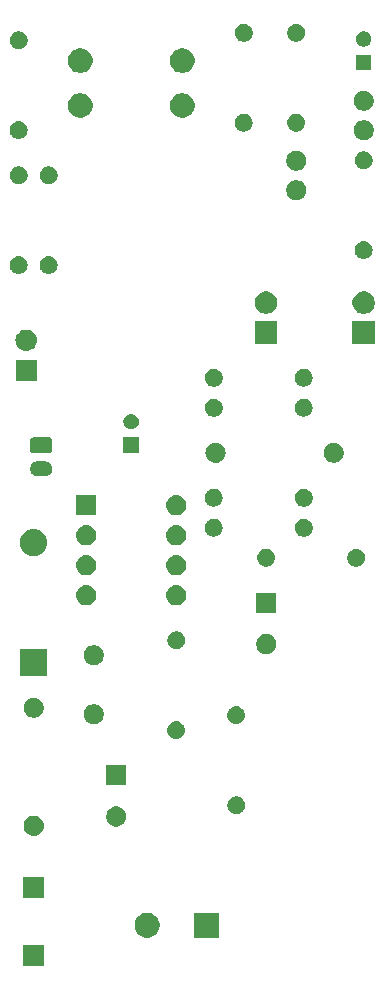
<source format=gbr>
G04 #@! TF.GenerationSoftware,KiCad,Pcbnew,(5.1.2)-2*
G04 #@! TF.CreationDate,2019-08-13T00:16:00-07:00*
G04 #@! TF.ProjectId,PiPowerSystem,5069506f-7765-4725-9379-7374656d2e6b,rev?*
G04 #@! TF.SameCoordinates,Original*
G04 #@! TF.FileFunction,Soldermask,Bot*
G04 #@! TF.FilePolarity,Negative*
%FSLAX46Y46*%
G04 Gerber Fmt 4.6, Leading zero omitted, Abs format (unit mm)*
G04 Created by KiCad (PCBNEW (5.1.2)-2) date 2019-08-13 00:16:00*
%MOMM*%
%LPD*%
G04 APERTURE LIST*
%ADD10C,0.100000*%
G04 APERTURE END LIST*
D10*
G36*
X130441000Y-140601000D02*
G01*
X128639000Y-140601000D01*
X128639000Y-138799000D01*
X130441000Y-138799000D01*
X130441000Y-140601000D01*
X130441000Y-140601000D01*
G37*
G36*
X145196000Y-138211000D02*
G01*
X143094000Y-138211000D01*
X143094000Y-136109000D01*
X145196000Y-136109000D01*
X145196000Y-138211000D01*
X145196000Y-138211000D01*
G37*
G36*
X139451564Y-136149389D02*
G01*
X139642833Y-136228615D01*
X139642835Y-136228616D01*
X139814973Y-136343635D01*
X139961365Y-136490027D01*
X140076385Y-136662167D01*
X140155611Y-136853436D01*
X140196000Y-137056484D01*
X140196000Y-137263516D01*
X140155611Y-137466564D01*
X140076385Y-137657833D01*
X140076384Y-137657835D01*
X139961365Y-137829973D01*
X139814973Y-137976365D01*
X139642835Y-138091384D01*
X139642834Y-138091385D01*
X139642833Y-138091385D01*
X139451564Y-138170611D01*
X139248516Y-138211000D01*
X139041484Y-138211000D01*
X138838436Y-138170611D01*
X138647167Y-138091385D01*
X138647166Y-138091385D01*
X138647165Y-138091384D01*
X138475027Y-137976365D01*
X138328635Y-137829973D01*
X138213616Y-137657835D01*
X138213615Y-137657833D01*
X138134389Y-137466564D01*
X138094000Y-137263516D01*
X138094000Y-137056484D01*
X138134389Y-136853436D01*
X138213615Y-136662167D01*
X138328635Y-136490027D01*
X138475027Y-136343635D01*
X138647165Y-136228616D01*
X138647167Y-136228615D01*
X138838436Y-136149389D01*
X139041484Y-136109000D01*
X139248516Y-136109000D01*
X139451564Y-136149389D01*
X139451564Y-136149389D01*
G37*
G36*
X130441000Y-134886000D02*
G01*
X128639000Y-134886000D01*
X128639000Y-133084000D01*
X130441000Y-133084000D01*
X130441000Y-134886000D01*
X130441000Y-134886000D01*
G37*
G36*
X129706823Y-127906313D02*
G01*
X129867242Y-127954976D01*
X129999906Y-128025886D01*
X130015078Y-128033996D01*
X130144659Y-128140341D01*
X130251004Y-128269922D01*
X130251005Y-128269924D01*
X130330024Y-128417758D01*
X130378687Y-128578177D01*
X130395117Y-128745000D01*
X130378687Y-128911823D01*
X130330024Y-129072242D01*
X130259114Y-129204906D01*
X130251004Y-129220078D01*
X130144659Y-129349659D01*
X130015078Y-129456004D01*
X130015076Y-129456005D01*
X129867242Y-129535024D01*
X129706823Y-129583687D01*
X129581804Y-129596000D01*
X129498196Y-129596000D01*
X129373177Y-129583687D01*
X129212758Y-129535024D01*
X129064924Y-129456005D01*
X129064922Y-129456004D01*
X128935341Y-129349659D01*
X128828996Y-129220078D01*
X128820886Y-129204906D01*
X128749976Y-129072242D01*
X128701313Y-128911823D01*
X128684883Y-128745000D01*
X128701313Y-128578177D01*
X128749976Y-128417758D01*
X128828995Y-128269924D01*
X128828996Y-128269922D01*
X128935341Y-128140341D01*
X129064922Y-128033996D01*
X129080094Y-128025886D01*
X129212758Y-127954976D01*
X129373177Y-127906313D01*
X129498196Y-127894000D01*
X129581804Y-127894000D01*
X129706823Y-127906313D01*
X129706823Y-127906313D01*
G37*
G36*
X136773228Y-127141703D02*
G01*
X136928100Y-127205853D01*
X137067481Y-127298985D01*
X137186015Y-127417519D01*
X137279147Y-127556900D01*
X137343297Y-127711772D01*
X137376000Y-127876184D01*
X137376000Y-128043816D01*
X137343297Y-128208228D01*
X137279147Y-128363100D01*
X137186015Y-128502481D01*
X137067481Y-128621015D01*
X136928100Y-128714147D01*
X136773228Y-128778297D01*
X136608816Y-128811000D01*
X136441184Y-128811000D01*
X136276772Y-128778297D01*
X136121900Y-128714147D01*
X135982519Y-128621015D01*
X135863985Y-128502481D01*
X135770853Y-128363100D01*
X135706703Y-128208228D01*
X135674000Y-128043816D01*
X135674000Y-127876184D01*
X135706703Y-127711772D01*
X135770853Y-127556900D01*
X135863985Y-127417519D01*
X135982519Y-127298985D01*
X136121900Y-127205853D01*
X136276772Y-127141703D01*
X136441184Y-127109000D01*
X136608816Y-127109000D01*
X136773228Y-127141703D01*
X136773228Y-127141703D01*
G37*
G36*
X146904059Y-126277860D02*
G01*
X147040732Y-126334472D01*
X147163735Y-126416660D01*
X147268340Y-126521265D01*
X147268341Y-126521267D01*
X147350529Y-126644270D01*
X147407140Y-126780941D01*
X147436000Y-126926032D01*
X147436000Y-127073968D01*
X147407140Y-127219059D01*
X147374034Y-127298985D01*
X147350528Y-127355732D01*
X147268340Y-127478735D01*
X147163735Y-127583340D01*
X147040732Y-127665528D01*
X147040731Y-127665529D01*
X147040730Y-127665529D01*
X146904059Y-127722140D01*
X146758968Y-127751000D01*
X146611032Y-127751000D01*
X146465941Y-127722140D01*
X146329270Y-127665529D01*
X146329269Y-127665529D01*
X146329268Y-127665528D01*
X146206265Y-127583340D01*
X146101660Y-127478735D01*
X146019472Y-127355732D01*
X145995967Y-127298985D01*
X145962860Y-127219059D01*
X145934000Y-127073968D01*
X145934000Y-126926032D01*
X145962860Y-126780941D01*
X146019471Y-126644270D01*
X146101659Y-126521267D01*
X146101660Y-126521265D01*
X146206265Y-126416660D01*
X146329268Y-126334472D01*
X146465941Y-126277860D01*
X146611032Y-126249000D01*
X146758968Y-126249000D01*
X146904059Y-126277860D01*
X146904059Y-126277860D01*
G37*
G36*
X137376000Y-125311000D02*
G01*
X135674000Y-125311000D01*
X135674000Y-123609000D01*
X137376000Y-123609000D01*
X137376000Y-125311000D01*
X137376000Y-125311000D01*
G37*
G36*
X141678665Y-119902622D02*
G01*
X141752222Y-119909867D01*
X141893786Y-119952810D01*
X142024252Y-120022546D01*
X142054040Y-120046992D01*
X142138607Y-120116393D01*
X142208008Y-120200960D01*
X142232454Y-120230748D01*
X142302190Y-120361214D01*
X142345133Y-120502778D01*
X142359633Y-120650000D01*
X142345133Y-120797222D01*
X142302190Y-120938786D01*
X142232454Y-121069252D01*
X142208008Y-121099040D01*
X142138607Y-121183607D01*
X142054040Y-121253008D01*
X142024252Y-121277454D01*
X141893786Y-121347190D01*
X141752222Y-121390133D01*
X141678665Y-121397378D01*
X141641888Y-121401000D01*
X141568112Y-121401000D01*
X141531335Y-121397378D01*
X141457778Y-121390133D01*
X141316214Y-121347190D01*
X141185748Y-121277454D01*
X141155960Y-121253008D01*
X141071393Y-121183607D01*
X141001992Y-121099040D01*
X140977546Y-121069252D01*
X140907810Y-120938786D01*
X140864867Y-120797222D01*
X140850367Y-120650000D01*
X140864867Y-120502778D01*
X140907810Y-120361214D01*
X140977546Y-120230748D01*
X141001992Y-120200960D01*
X141071393Y-120116393D01*
X141155960Y-120046992D01*
X141185748Y-120022546D01*
X141316214Y-119952810D01*
X141457778Y-119909867D01*
X141531335Y-119902622D01*
X141568112Y-119899000D01*
X141641888Y-119899000D01*
X141678665Y-119902622D01*
X141678665Y-119902622D01*
G37*
G36*
X134868228Y-118481703D02*
G01*
X135023100Y-118545853D01*
X135162481Y-118638985D01*
X135281015Y-118757519D01*
X135374147Y-118896900D01*
X135438297Y-119051772D01*
X135471000Y-119216184D01*
X135471000Y-119383816D01*
X135438297Y-119548228D01*
X135374147Y-119703100D01*
X135281015Y-119842481D01*
X135162481Y-119961015D01*
X135023100Y-120054147D01*
X134868228Y-120118297D01*
X134703816Y-120151000D01*
X134536184Y-120151000D01*
X134371772Y-120118297D01*
X134216900Y-120054147D01*
X134077519Y-119961015D01*
X133958985Y-119842481D01*
X133865853Y-119703100D01*
X133801703Y-119548228D01*
X133769000Y-119383816D01*
X133769000Y-119216184D01*
X133801703Y-119051772D01*
X133865853Y-118896900D01*
X133958985Y-118757519D01*
X134077519Y-118638985D01*
X134216900Y-118545853D01*
X134371772Y-118481703D01*
X134536184Y-118449000D01*
X134703816Y-118449000D01*
X134868228Y-118481703D01*
X134868228Y-118481703D01*
G37*
G36*
X146758665Y-118632622D02*
G01*
X146832222Y-118639867D01*
X146973786Y-118682810D01*
X147104252Y-118752546D01*
X147134040Y-118776992D01*
X147218607Y-118846393D01*
X147260058Y-118896903D01*
X147312454Y-118960748D01*
X147382190Y-119091214D01*
X147425133Y-119232778D01*
X147439633Y-119380000D01*
X147425133Y-119527222D01*
X147382190Y-119668786D01*
X147312454Y-119799252D01*
X147288008Y-119829040D01*
X147218607Y-119913607D01*
X147134040Y-119983008D01*
X147104252Y-120007454D01*
X146973786Y-120077190D01*
X146832222Y-120120133D01*
X146758665Y-120127378D01*
X146721888Y-120131000D01*
X146648112Y-120131000D01*
X146611335Y-120127378D01*
X146537778Y-120120133D01*
X146396214Y-120077190D01*
X146265748Y-120007454D01*
X146235960Y-119983008D01*
X146151393Y-119913607D01*
X146081992Y-119829040D01*
X146057546Y-119799252D01*
X145987810Y-119668786D01*
X145944867Y-119527222D01*
X145930367Y-119380000D01*
X145944867Y-119232778D01*
X145987810Y-119091214D01*
X146057546Y-118960748D01*
X146109942Y-118896903D01*
X146151393Y-118846393D01*
X146235960Y-118776992D01*
X146265748Y-118752546D01*
X146396214Y-118682810D01*
X146537778Y-118639867D01*
X146611335Y-118632622D01*
X146648112Y-118629000D01*
X146721888Y-118629000D01*
X146758665Y-118632622D01*
X146758665Y-118632622D01*
G37*
G36*
X129788228Y-117926703D02*
G01*
X129943100Y-117990853D01*
X130082481Y-118083985D01*
X130201015Y-118202519D01*
X130294147Y-118341900D01*
X130358297Y-118496772D01*
X130391000Y-118661184D01*
X130391000Y-118828816D01*
X130358297Y-118993228D01*
X130294147Y-119148100D01*
X130201015Y-119287481D01*
X130082481Y-119406015D01*
X129943100Y-119499147D01*
X129788228Y-119563297D01*
X129623816Y-119596000D01*
X129456184Y-119596000D01*
X129291772Y-119563297D01*
X129136900Y-119499147D01*
X128997519Y-119406015D01*
X128878985Y-119287481D01*
X128785853Y-119148100D01*
X128721703Y-118993228D01*
X128689000Y-118828816D01*
X128689000Y-118661184D01*
X128721703Y-118496772D01*
X128785853Y-118341900D01*
X128878985Y-118202519D01*
X128997519Y-118083985D01*
X129136900Y-117990853D01*
X129291772Y-117926703D01*
X129456184Y-117894000D01*
X129623816Y-117894000D01*
X129788228Y-117926703D01*
X129788228Y-117926703D01*
G37*
G36*
X130691000Y-116086000D02*
G01*
X128389000Y-116086000D01*
X128389000Y-113784000D01*
X130691000Y-113784000D01*
X130691000Y-116086000D01*
X130691000Y-116086000D01*
G37*
G36*
X134868228Y-113481703D02*
G01*
X135023100Y-113545853D01*
X135162481Y-113638985D01*
X135281015Y-113757519D01*
X135374147Y-113896900D01*
X135438297Y-114051772D01*
X135471000Y-114216184D01*
X135471000Y-114383816D01*
X135438297Y-114548228D01*
X135374147Y-114703100D01*
X135281015Y-114842481D01*
X135162481Y-114961015D01*
X135023100Y-115054147D01*
X134868228Y-115118297D01*
X134703816Y-115151000D01*
X134536184Y-115151000D01*
X134371772Y-115118297D01*
X134216900Y-115054147D01*
X134077519Y-114961015D01*
X133958985Y-114842481D01*
X133865853Y-114703100D01*
X133801703Y-114548228D01*
X133769000Y-114383816D01*
X133769000Y-114216184D01*
X133801703Y-114051772D01*
X133865853Y-113896900D01*
X133958985Y-113757519D01*
X134077519Y-113638985D01*
X134216900Y-113545853D01*
X134371772Y-113481703D01*
X134536184Y-113449000D01*
X134703816Y-113449000D01*
X134868228Y-113481703D01*
X134868228Y-113481703D01*
G37*
G36*
X149473228Y-112536703D02*
G01*
X149628100Y-112600853D01*
X149767481Y-112693985D01*
X149886015Y-112812519D01*
X149979147Y-112951900D01*
X150043297Y-113106772D01*
X150076000Y-113271184D01*
X150076000Y-113438816D01*
X150043297Y-113603228D01*
X149979147Y-113758100D01*
X149886015Y-113897481D01*
X149767481Y-114016015D01*
X149628100Y-114109147D01*
X149473228Y-114173297D01*
X149308816Y-114206000D01*
X149141184Y-114206000D01*
X148976772Y-114173297D01*
X148821900Y-114109147D01*
X148682519Y-114016015D01*
X148563985Y-113897481D01*
X148470853Y-113758100D01*
X148406703Y-113603228D01*
X148374000Y-113438816D01*
X148374000Y-113271184D01*
X148406703Y-113106772D01*
X148470853Y-112951900D01*
X148563985Y-112812519D01*
X148682519Y-112693985D01*
X148821900Y-112600853D01*
X148976772Y-112536703D01*
X149141184Y-112504000D01*
X149308816Y-112504000D01*
X149473228Y-112536703D01*
X149473228Y-112536703D01*
G37*
G36*
X141824059Y-112307860D02*
G01*
X141960732Y-112364472D01*
X142083735Y-112446660D01*
X142188340Y-112551265D01*
X142270528Y-112674268D01*
X142270529Y-112674270D01*
X142327140Y-112810941D01*
X142356000Y-112956032D01*
X142356000Y-113103968D01*
X142327140Y-113249059D01*
X142317976Y-113271184D01*
X142270528Y-113385732D01*
X142188340Y-113508735D01*
X142083735Y-113613340D01*
X141960732Y-113695528D01*
X141960731Y-113695529D01*
X141960730Y-113695529D01*
X141824059Y-113752140D01*
X141678968Y-113781000D01*
X141531032Y-113781000D01*
X141385941Y-113752140D01*
X141249270Y-113695529D01*
X141249269Y-113695529D01*
X141249268Y-113695528D01*
X141126265Y-113613340D01*
X141021660Y-113508735D01*
X140939472Y-113385732D01*
X140892025Y-113271184D01*
X140882860Y-113249059D01*
X140854000Y-113103968D01*
X140854000Y-112956032D01*
X140882860Y-112810941D01*
X140939471Y-112674270D01*
X140939472Y-112674268D01*
X141021660Y-112551265D01*
X141126265Y-112446660D01*
X141249268Y-112364472D01*
X141385941Y-112307860D01*
X141531032Y-112279000D01*
X141678968Y-112279000D01*
X141824059Y-112307860D01*
X141824059Y-112307860D01*
G37*
G36*
X150076000Y-110706000D02*
G01*
X148374000Y-110706000D01*
X148374000Y-109004000D01*
X150076000Y-109004000D01*
X150076000Y-110706000D01*
X150076000Y-110706000D01*
G37*
G36*
X134151823Y-108381313D02*
G01*
X134312242Y-108429976D01*
X134444906Y-108500886D01*
X134460078Y-108508996D01*
X134589659Y-108615341D01*
X134696004Y-108744922D01*
X134696005Y-108744924D01*
X134775024Y-108892758D01*
X134823687Y-109053177D01*
X134840117Y-109220000D01*
X134823687Y-109386823D01*
X134775024Y-109547242D01*
X134704114Y-109679906D01*
X134696004Y-109695078D01*
X134589659Y-109824659D01*
X134460078Y-109931004D01*
X134460076Y-109931005D01*
X134312242Y-110010024D01*
X134151823Y-110058687D01*
X134026804Y-110071000D01*
X133943196Y-110071000D01*
X133818177Y-110058687D01*
X133657758Y-110010024D01*
X133509924Y-109931005D01*
X133509922Y-109931004D01*
X133380341Y-109824659D01*
X133273996Y-109695078D01*
X133265886Y-109679906D01*
X133194976Y-109547242D01*
X133146313Y-109386823D01*
X133129883Y-109220000D01*
X133146313Y-109053177D01*
X133194976Y-108892758D01*
X133273995Y-108744924D01*
X133273996Y-108744922D01*
X133380341Y-108615341D01*
X133509922Y-108508996D01*
X133525094Y-108500886D01*
X133657758Y-108429976D01*
X133818177Y-108381313D01*
X133943196Y-108369000D01*
X134026804Y-108369000D01*
X134151823Y-108381313D01*
X134151823Y-108381313D01*
G37*
G36*
X141771823Y-108381313D02*
G01*
X141932242Y-108429976D01*
X142064906Y-108500886D01*
X142080078Y-108508996D01*
X142209659Y-108615341D01*
X142316004Y-108744922D01*
X142316005Y-108744924D01*
X142395024Y-108892758D01*
X142443687Y-109053177D01*
X142460117Y-109220000D01*
X142443687Y-109386823D01*
X142395024Y-109547242D01*
X142324114Y-109679906D01*
X142316004Y-109695078D01*
X142209659Y-109824659D01*
X142080078Y-109931004D01*
X142080076Y-109931005D01*
X141932242Y-110010024D01*
X141771823Y-110058687D01*
X141646804Y-110071000D01*
X141563196Y-110071000D01*
X141438177Y-110058687D01*
X141277758Y-110010024D01*
X141129924Y-109931005D01*
X141129922Y-109931004D01*
X141000341Y-109824659D01*
X140893996Y-109695078D01*
X140885886Y-109679906D01*
X140814976Y-109547242D01*
X140766313Y-109386823D01*
X140749883Y-109220000D01*
X140766313Y-109053177D01*
X140814976Y-108892758D01*
X140893995Y-108744924D01*
X140893996Y-108744922D01*
X141000341Y-108615341D01*
X141129922Y-108508996D01*
X141145094Y-108500886D01*
X141277758Y-108429976D01*
X141438177Y-108381313D01*
X141563196Y-108369000D01*
X141646804Y-108369000D01*
X141771823Y-108381313D01*
X141771823Y-108381313D01*
G37*
G36*
X134151823Y-105841313D02*
G01*
X134312242Y-105889976D01*
X134379638Y-105926000D01*
X134460078Y-105968996D01*
X134589659Y-106075341D01*
X134696004Y-106204922D01*
X134696005Y-106204924D01*
X134775024Y-106352758D01*
X134823687Y-106513177D01*
X134840117Y-106680000D01*
X134823687Y-106846823D01*
X134775024Y-107007242D01*
X134704114Y-107139906D01*
X134696004Y-107155078D01*
X134589659Y-107284659D01*
X134460078Y-107391004D01*
X134460076Y-107391005D01*
X134312242Y-107470024D01*
X134151823Y-107518687D01*
X134026804Y-107531000D01*
X133943196Y-107531000D01*
X133818177Y-107518687D01*
X133657758Y-107470024D01*
X133509924Y-107391005D01*
X133509922Y-107391004D01*
X133380341Y-107284659D01*
X133273996Y-107155078D01*
X133265886Y-107139906D01*
X133194976Y-107007242D01*
X133146313Y-106846823D01*
X133129883Y-106680000D01*
X133146313Y-106513177D01*
X133194976Y-106352758D01*
X133273995Y-106204924D01*
X133273996Y-106204922D01*
X133380341Y-106075341D01*
X133509922Y-105968996D01*
X133590362Y-105926000D01*
X133657758Y-105889976D01*
X133818177Y-105841313D01*
X133943196Y-105829000D01*
X134026804Y-105829000D01*
X134151823Y-105841313D01*
X134151823Y-105841313D01*
G37*
G36*
X141771823Y-105841313D02*
G01*
X141932242Y-105889976D01*
X141999638Y-105926000D01*
X142080078Y-105968996D01*
X142209659Y-106075341D01*
X142316004Y-106204922D01*
X142316005Y-106204924D01*
X142395024Y-106352758D01*
X142443687Y-106513177D01*
X142460117Y-106680000D01*
X142443687Y-106846823D01*
X142395024Y-107007242D01*
X142324114Y-107139906D01*
X142316004Y-107155078D01*
X142209659Y-107284659D01*
X142080078Y-107391004D01*
X142080076Y-107391005D01*
X141932242Y-107470024D01*
X141771823Y-107518687D01*
X141646804Y-107531000D01*
X141563196Y-107531000D01*
X141438177Y-107518687D01*
X141277758Y-107470024D01*
X141129924Y-107391005D01*
X141129922Y-107391004D01*
X141000341Y-107284659D01*
X140893996Y-107155078D01*
X140885886Y-107139906D01*
X140814976Y-107007242D01*
X140766313Y-106846823D01*
X140749883Y-106680000D01*
X140766313Y-106513177D01*
X140814976Y-106352758D01*
X140893995Y-106204924D01*
X140893996Y-106204922D01*
X141000341Y-106075341D01*
X141129922Y-105968996D01*
X141210362Y-105926000D01*
X141277758Y-105889976D01*
X141438177Y-105841313D01*
X141563196Y-105829000D01*
X141646804Y-105829000D01*
X141771823Y-105841313D01*
X141771823Y-105841313D01*
G37*
G36*
X157064059Y-105322860D02*
G01*
X157124294Y-105347810D01*
X157200732Y-105379472D01*
X157323735Y-105461660D01*
X157428340Y-105566265D01*
X157510528Y-105689268D01*
X157510529Y-105689270D01*
X157567140Y-105825941D01*
X157596000Y-105971032D01*
X157596000Y-106118968D01*
X157567140Y-106264059D01*
X157510528Y-106400732D01*
X157428340Y-106523735D01*
X157323735Y-106628340D01*
X157200732Y-106710528D01*
X157200731Y-106710529D01*
X157200730Y-106710529D01*
X157064059Y-106767140D01*
X156918968Y-106796000D01*
X156771032Y-106796000D01*
X156625941Y-106767140D01*
X156489270Y-106710529D01*
X156489269Y-106710529D01*
X156489268Y-106710528D01*
X156366265Y-106628340D01*
X156261660Y-106523735D01*
X156179472Y-106400732D01*
X156122860Y-106264059D01*
X156094000Y-106118968D01*
X156094000Y-105971032D01*
X156122860Y-105825941D01*
X156179471Y-105689270D01*
X156179472Y-105689268D01*
X156261660Y-105566265D01*
X156366265Y-105461660D01*
X156489268Y-105379472D01*
X156565707Y-105347810D01*
X156625941Y-105322860D01*
X156771032Y-105294000D01*
X156918968Y-105294000D01*
X157064059Y-105322860D01*
X157064059Y-105322860D01*
G37*
G36*
X149298665Y-105297622D02*
G01*
X149372222Y-105304867D01*
X149513786Y-105347810D01*
X149644252Y-105417546D01*
X149674040Y-105441992D01*
X149758607Y-105511393D01*
X149825429Y-105592818D01*
X149852454Y-105625748D01*
X149922190Y-105756214D01*
X149965133Y-105897778D01*
X149979633Y-106045000D01*
X149965133Y-106192222D01*
X149922190Y-106333786D01*
X149852454Y-106464252D01*
X149828008Y-106494040D01*
X149758607Y-106578607D01*
X149698004Y-106628341D01*
X149644252Y-106672454D01*
X149513786Y-106742190D01*
X149372222Y-106785133D01*
X149298665Y-106792378D01*
X149261888Y-106796000D01*
X149188112Y-106796000D01*
X149151335Y-106792378D01*
X149077778Y-106785133D01*
X148936214Y-106742190D01*
X148805748Y-106672454D01*
X148751996Y-106628341D01*
X148691393Y-106578607D01*
X148621992Y-106494040D01*
X148597546Y-106464252D01*
X148527810Y-106333786D01*
X148484867Y-106192222D01*
X148470367Y-106045000D01*
X148484867Y-105897778D01*
X148527810Y-105756214D01*
X148597546Y-105625748D01*
X148624571Y-105592818D01*
X148691393Y-105511393D01*
X148775960Y-105441992D01*
X148805748Y-105417546D01*
X148936214Y-105347810D01*
X149077778Y-105304867D01*
X149151335Y-105297622D01*
X149188112Y-105294000D01*
X149261888Y-105294000D01*
X149298665Y-105297622D01*
X149298665Y-105297622D01*
G37*
G36*
X129709271Y-103635103D02*
G01*
X129765635Y-103640654D01*
X129982600Y-103706470D01*
X129982602Y-103706471D01*
X130182555Y-103813347D01*
X130357818Y-103957182D01*
X130501653Y-104132445D01*
X130594859Y-104306823D01*
X130608530Y-104332400D01*
X130674346Y-104549365D01*
X130696569Y-104775000D01*
X130681301Y-104930024D01*
X130674346Y-105000634D01*
X130608529Y-105217602D01*
X130501653Y-105417555D01*
X130357818Y-105592818D01*
X130182555Y-105736653D01*
X130015507Y-105825941D01*
X129982600Y-105843530D01*
X129765635Y-105909346D01*
X129709271Y-105914897D01*
X129596545Y-105926000D01*
X129483455Y-105926000D01*
X129370729Y-105914897D01*
X129314365Y-105909346D01*
X129097400Y-105843530D01*
X129064493Y-105825941D01*
X128897445Y-105736653D01*
X128722182Y-105592818D01*
X128578347Y-105417555D01*
X128471471Y-105217602D01*
X128405654Y-105000634D01*
X128398700Y-104930024D01*
X128383431Y-104775000D01*
X128405654Y-104549365D01*
X128471470Y-104332400D01*
X128485141Y-104306823D01*
X128578347Y-104132445D01*
X128722182Y-103957182D01*
X128897445Y-103813347D01*
X129097398Y-103706471D01*
X129097400Y-103706470D01*
X129314365Y-103640654D01*
X129370729Y-103635103D01*
X129483455Y-103624000D01*
X129596545Y-103624000D01*
X129709271Y-103635103D01*
X129709271Y-103635103D01*
G37*
G36*
X134151823Y-103301313D02*
G01*
X134312242Y-103349976D01*
X134444906Y-103420886D01*
X134460078Y-103428996D01*
X134589659Y-103535341D01*
X134696004Y-103664922D01*
X134696005Y-103664924D01*
X134775024Y-103812758D01*
X134823687Y-103973177D01*
X134840117Y-104140000D01*
X134823687Y-104306823D01*
X134775024Y-104467242D01*
X134731128Y-104549365D01*
X134696004Y-104615078D01*
X134589659Y-104744659D01*
X134460078Y-104851004D01*
X134460076Y-104851005D01*
X134312242Y-104930024D01*
X134151823Y-104978687D01*
X134026804Y-104991000D01*
X133943196Y-104991000D01*
X133818177Y-104978687D01*
X133657758Y-104930024D01*
X133509924Y-104851005D01*
X133509922Y-104851004D01*
X133380341Y-104744659D01*
X133273996Y-104615078D01*
X133238872Y-104549365D01*
X133194976Y-104467242D01*
X133146313Y-104306823D01*
X133129883Y-104140000D01*
X133146313Y-103973177D01*
X133194976Y-103812758D01*
X133273995Y-103664924D01*
X133273996Y-103664922D01*
X133380341Y-103535341D01*
X133509922Y-103428996D01*
X133525094Y-103420886D01*
X133657758Y-103349976D01*
X133818177Y-103301313D01*
X133943196Y-103289000D01*
X134026804Y-103289000D01*
X134151823Y-103301313D01*
X134151823Y-103301313D01*
G37*
G36*
X141771823Y-103301313D02*
G01*
X141932242Y-103349976D01*
X142064906Y-103420886D01*
X142080078Y-103428996D01*
X142209659Y-103535341D01*
X142316004Y-103664922D01*
X142316005Y-103664924D01*
X142395024Y-103812758D01*
X142443687Y-103973177D01*
X142460117Y-104140000D01*
X142443687Y-104306823D01*
X142395024Y-104467242D01*
X142351128Y-104549365D01*
X142316004Y-104615078D01*
X142209659Y-104744659D01*
X142080078Y-104851004D01*
X142080076Y-104851005D01*
X141932242Y-104930024D01*
X141771823Y-104978687D01*
X141646804Y-104991000D01*
X141563196Y-104991000D01*
X141438177Y-104978687D01*
X141277758Y-104930024D01*
X141129924Y-104851005D01*
X141129922Y-104851004D01*
X141000341Y-104744659D01*
X140893996Y-104615078D01*
X140858872Y-104549365D01*
X140814976Y-104467242D01*
X140766313Y-104306823D01*
X140749883Y-104140000D01*
X140766313Y-103973177D01*
X140814976Y-103812758D01*
X140893995Y-103664924D01*
X140893996Y-103664922D01*
X141000341Y-103535341D01*
X141129922Y-103428996D01*
X141145094Y-103420886D01*
X141277758Y-103349976D01*
X141438177Y-103301313D01*
X141563196Y-103289000D01*
X141646804Y-103289000D01*
X141771823Y-103301313D01*
X141771823Y-103301313D01*
G37*
G36*
X152619059Y-102782860D02*
G01*
X152679294Y-102807810D01*
X152755732Y-102839472D01*
X152878735Y-102921660D01*
X152983340Y-103026265D01*
X153065528Y-103149268D01*
X153065529Y-103149270D01*
X153122140Y-103285941D01*
X153151000Y-103431032D01*
X153151000Y-103578968D01*
X153125639Y-103706470D01*
X153122140Y-103724059D01*
X153065528Y-103860732D01*
X152983340Y-103983735D01*
X152878735Y-104088340D01*
X152755732Y-104170528D01*
X152755731Y-104170529D01*
X152755730Y-104170529D01*
X152619059Y-104227140D01*
X152473968Y-104256000D01*
X152326032Y-104256000D01*
X152180941Y-104227140D01*
X152044270Y-104170529D01*
X152044269Y-104170529D01*
X152044268Y-104170528D01*
X151921265Y-104088340D01*
X151816660Y-103983735D01*
X151734472Y-103860732D01*
X151677860Y-103724059D01*
X151674361Y-103706470D01*
X151649000Y-103578968D01*
X151649000Y-103431032D01*
X151677860Y-103285941D01*
X151734471Y-103149270D01*
X151734472Y-103149268D01*
X151816660Y-103026265D01*
X151921265Y-102921660D01*
X152044268Y-102839472D01*
X152120707Y-102807810D01*
X152180941Y-102782860D01*
X152326032Y-102754000D01*
X152473968Y-102754000D01*
X152619059Y-102782860D01*
X152619059Y-102782860D01*
G37*
G36*
X144853665Y-102757622D02*
G01*
X144927222Y-102764867D01*
X145068786Y-102807810D01*
X145199252Y-102877546D01*
X145229040Y-102901992D01*
X145313607Y-102971393D01*
X145383008Y-103055960D01*
X145407454Y-103085748D01*
X145477190Y-103216214D01*
X145520133Y-103357778D01*
X145534633Y-103505000D01*
X145520133Y-103652222D01*
X145477190Y-103793786D01*
X145407454Y-103924252D01*
X145383008Y-103954040D01*
X145313607Y-104038607D01*
X145253004Y-104088341D01*
X145199252Y-104132454D01*
X145068786Y-104202190D01*
X144927222Y-104245133D01*
X144853665Y-104252378D01*
X144816888Y-104256000D01*
X144743112Y-104256000D01*
X144706335Y-104252378D01*
X144632778Y-104245133D01*
X144491214Y-104202190D01*
X144360748Y-104132454D01*
X144306996Y-104088341D01*
X144246393Y-104038607D01*
X144176992Y-103954040D01*
X144152546Y-103924252D01*
X144082810Y-103793786D01*
X144039867Y-103652222D01*
X144025367Y-103505000D01*
X144039867Y-103357778D01*
X144082810Y-103216214D01*
X144152546Y-103085748D01*
X144176992Y-103055960D01*
X144246393Y-102971393D01*
X144330960Y-102901992D01*
X144360748Y-102877546D01*
X144491214Y-102807810D01*
X144632778Y-102764867D01*
X144706335Y-102757622D01*
X144743112Y-102754000D01*
X144816888Y-102754000D01*
X144853665Y-102757622D01*
X144853665Y-102757622D01*
G37*
G36*
X134836000Y-102451000D02*
G01*
X133134000Y-102451000D01*
X133134000Y-100749000D01*
X134836000Y-100749000D01*
X134836000Y-102451000D01*
X134836000Y-102451000D01*
G37*
G36*
X141771823Y-100761313D02*
G01*
X141932242Y-100809976D01*
X142064906Y-100880886D01*
X142080078Y-100888996D01*
X142209659Y-100995341D01*
X142316004Y-101124922D01*
X142316005Y-101124924D01*
X142395024Y-101272758D01*
X142443687Y-101433177D01*
X142460117Y-101600000D01*
X142443687Y-101766823D01*
X142395024Y-101927242D01*
X142324114Y-102059906D01*
X142316004Y-102075078D01*
X142209659Y-102204659D01*
X142080078Y-102311004D01*
X142080076Y-102311005D01*
X141932242Y-102390024D01*
X141771823Y-102438687D01*
X141646804Y-102451000D01*
X141563196Y-102451000D01*
X141438177Y-102438687D01*
X141277758Y-102390024D01*
X141129924Y-102311005D01*
X141129922Y-102311004D01*
X141000341Y-102204659D01*
X140893996Y-102075078D01*
X140885886Y-102059906D01*
X140814976Y-101927242D01*
X140766313Y-101766823D01*
X140749883Y-101600000D01*
X140766313Y-101433177D01*
X140814976Y-101272758D01*
X140893995Y-101124924D01*
X140893996Y-101124922D01*
X141000341Y-100995341D01*
X141129922Y-100888996D01*
X141145094Y-100880886D01*
X141277758Y-100809976D01*
X141438177Y-100761313D01*
X141563196Y-100749000D01*
X141646804Y-100749000D01*
X141771823Y-100761313D01*
X141771823Y-100761313D01*
G37*
G36*
X144853665Y-100217622D02*
G01*
X144927222Y-100224867D01*
X145068786Y-100267810D01*
X145199252Y-100337546D01*
X145229040Y-100361992D01*
X145313607Y-100431393D01*
X145383008Y-100515960D01*
X145407454Y-100545748D01*
X145477190Y-100676214D01*
X145520133Y-100817778D01*
X145534633Y-100965000D01*
X145520133Y-101112222D01*
X145477190Y-101253786D01*
X145407454Y-101384252D01*
X145383008Y-101414040D01*
X145313607Y-101498607D01*
X145253004Y-101548341D01*
X145199252Y-101592454D01*
X145068786Y-101662190D01*
X144927222Y-101705133D01*
X144853665Y-101712378D01*
X144816888Y-101716000D01*
X144743112Y-101716000D01*
X144706335Y-101712378D01*
X144632778Y-101705133D01*
X144491214Y-101662190D01*
X144360748Y-101592454D01*
X144306996Y-101548341D01*
X144246393Y-101498607D01*
X144176992Y-101414040D01*
X144152546Y-101384252D01*
X144082810Y-101253786D01*
X144039867Y-101112222D01*
X144025367Y-100965000D01*
X144039867Y-100817778D01*
X144082810Y-100676214D01*
X144152546Y-100545748D01*
X144176992Y-100515960D01*
X144246393Y-100431393D01*
X144330960Y-100361992D01*
X144360748Y-100337546D01*
X144491214Y-100267810D01*
X144632778Y-100224867D01*
X144706335Y-100217622D01*
X144743112Y-100214000D01*
X144816888Y-100214000D01*
X144853665Y-100217622D01*
X144853665Y-100217622D01*
G37*
G36*
X152619059Y-100242860D02*
G01*
X152679294Y-100267810D01*
X152755732Y-100299472D01*
X152878735Y-100381660D01*
X152983340Y-100486265D01*
X153065528Y-100609268D01*
X153065529Y-100609270D01*
X153122140Y-100745941D01*
X153151000Y-100891032D01*
X153151000Y-101038968D01*
X153122140Y-101184059D01*
X153065528Y-101320732D01*
X152983340Y-101443735D01*
X152878735Y-101548340D01*
X152755732Y-101630528D01*
X152755731Y-101630529D01*
X152755730Y-101630529D01*
X152619059Y-101687140D01*
X152473968Y-101716000D01*
X152326032Y-101716000D01*
X152180941Y-101687140D01*
X152044270Y-101630529D01*
X152044269Y-101630529D01*
X152044268Y-101630528D01*
X151921265Y-101548340D01*
X151816660Y-101443735D01*
X151734472Y-101320732D01*
X151677860Y-101184059D01*
X151649000Y-101038968D01*
X151649000Y-100891032D01*
X151677860Y-100745941D01*
X151734471Y-100609270D01*
X151734472Y-100609268D01*
X151816660Y-100486265D01*
X151921265Y-100381660D01*
X152044268Y-100299472D01*
X152120707Y-100267810D01*
X152180941Y-100242860D01*
X152326032Y-100214000D01*
X152473968Y-100214000D01*
X152619059Y-100242860D01*
X152619059Y-100242860D01*
G37*
G36*
X130513855Y-97872140D02*
G01*
X130577618Y-97878420D01*
X130668404Y-97905960D01*
X130700336Y-97915646D01*
X130813425Y-97976094D01*
X130912554Y-98057446D01*
X130993906Y-98156575D01*
X131054354Y-98269664D01*
X131054355Y-98269668D01*
X131091580Y-98392382D01*
X131104149Y-98520000D01*
X131091580Y-98647618D01*
X131064040Y-98738404D01*
X131054354Y-98770336D01*
X130993906Y-98883425D01*
X130912554Y-98982554D01*
X130813425Y-99063906D01*
X130700336Y-99124354D01*
X130668404Y-99134040D01*
X130577618Y-99161580D01*
X130513855Y-99167860D01*
X130481974Y-99171000D01*
X129868026Y-99171000D01*
X129836145Y-99167860D01*
X129772382Y-99161580D01*
X129681596Y-99134040D01*
X129649664Y-99124354D01*
X129536575Y-99063906D01*
X129437446Y-98982554D01*
X129356094Y-98883425D01*
X129295646Y-98770336D01*
X129285960Y-98738404D01*
X129258420Y-98647618D01*
X129245851Y-98520000D01*
X129258420Y-98392382D01*
X129295645Y-98269668D01*
X129295646Y-98269664D01*
X129356094Y-98156575D01*
X129437446Y-98057446D01*
X129536575Y-97976094D01*
X129649664Y-97915646D01*
X129681596Y-97905960D01*
X129772382Y-97878420D01*
X129836145Y-97872140D01*
X129868026Y-97869000D01*
X130481974Y-97869000D01*
X130513855Y-97872140D01*
X130513855Y-97872140D01*
G37*
G36*
X155188228Y-96336703D02*
G01*
X155343100Y-96400853D01*
X155482481Y-96493985D01*
X155601015Y-96612519D01*
X155694147Y-96751900D01*
X155758297Y-96906772D01*
X155791000Y-97071184D01*
X155791000Y-97238816D01*
X155758297Y-97403228D01*
X155694147Y-97558100D01*
X155601015Y-97697481D01*
X155482481Y-97816015D01*
X155343100Y-97909147D01*
X155188228Y-97973297D01*
X155023816Y-98006000D01*
X154856184Y-98006000D01*
X154691772Y-97973297D01*
X154536900Y-97909147D01*
X154397519Y-97816015D01*
X154278985Y-97697481D01*
X154185853Y-97558100D01*
X154121703Y-97403228D01*
X154089000Y-97238816D01*
X154089000Y-97071184D01*
X154121703Y-96906772D01*
X154185853Y-96751900D01*
X154278985Y-96612519D01*
X154397519Y-96493985D01*
X154536900Y-96400853D01*
X154691772Y-96336703D01*
X154856184Y-96304000D01*
X155023816Y-96304000D01*
X155188228Y-96336703D01*
X155188228Y-96336703D01*
G37*
G36*
X145106823Y-96316313D02*
G01*
X145267242Y-96364976D01*
X145334361Y-96400852D01*
X145415078Y-96443996D01*
X145544659Y-96550341D01*
X145651004Y-96679922D01*
X145651005Y-96679924D01*
X145730024Y-96827758D01*
X145778687Y-96988177D01*
X145795117Y-97155000D01*
X145778687Y-97321823D01*
X145730024Y-97482242D01*
X145689477Y-97558100D01*
X145651004Y-97630078D01*
X145544659Y-97759659D01*
X145415078Y-97866004D01*
X145415076Y-97866005D01*
X145267242Y-97945024D01*
X145106823Y-97993687D01*
X144981804Y-98006000D01*
X144898196Y-98006000D01*
X144773177Y-97993687D01*
X144612758Y-97945024D01*
X144464924Y-97866005D01*
X144464922Y-97866004D01*
X144335341Y-97759659D01*
X144228996Y-97630078D01*
X144190523Y-97558100D01*
X144149976Y-97482242D01*
X144101313Y-97321823D01*
X144084883Y-97155000D01*
X144101313Y-96988177D01*
X144149976Y-96827758D01*
X144228995Y-96679924D01*
X144228996Y-96679922D01*
X144335341Y-96550341D01*
X144464922Y-96443996D01*
X144545639Y-96400852D01*
X144612758Y-96364976D01*
X144773177Y-96316313D01*
X144898196Y-96304000D01*
X144981804Y-96304000D01*
X145106823Y-96316313D01*
X145106823Y-96316313D01*
G37*
G36*
X138446000Y-97171000D02*
G01*
X137144000Y-97171000D01*
X137144000Y-95869000D01*
X138446000Y-95869000D01*
X138446000Y-97171000D01*
X138446000Y-97171000D01*
G37*
G36*
X130941242Y-95873404D02*
G01*
X130978337Y-95884657D01*
X131012515Y-95902925D01*
X131042481Y-95927519D01*
X131067075Y-95957485D01*
X131085343Y-95991663D01*
X131096596Y-96028758D01*
X131101000Y-96073474D01*
X131101000Y-96966526D01*
X131096596Y-97011242D01*
X131085343Y-97048337D01*
X131067075Y-97082515D01*
X131042481Y-97112481D01*
X131012515Y-97137075D01*
X130978337Y-97155343D01*
X130941242Y-97166596D01*
X130896526Y-97171000D01*
X129453474Y-97171000D01*
X129408758Y-97166596D01*
X129371663Y-97155343D01*
X129337485Y-97137075D01*
X129307519Y-97112481D01*
X129282925Y-97082515D01*
X129264657Y-97048337D01*
X129253404Y-97011242D01*
X129249000Y-96966526D01*
X129249000Y-96073474D01*
X129253404Y-96028758D01*
X129264657Y-95991663D01*
X129282925Y-95957485D01*
X129307519Y-95927519D01*
X129337485Y-95902925D01*
X129371663Y-95884657D01*
X129408758Y-95873404D01*
X129453474Y-95869000D01*
X130896526Y-95869000D01*
X130941242Y-95873404D01*
X130941242Y-95873404D01*
G37*
G36*
X137984890Y-93894017D02*
G01*
X138067753Y-93928340D01*
X138103364Y-93943091D01*
X138209988Y-94014335D01*
X138300665Y-94105012D01*
X138371909Y-94211636D01*
X138420983Y-94330110D01*
X138446000Y-94455882D01*
X138446000Y-94584118D01*
X138420983Y-94709890D01*
X138371909Y-94828364D01*
X138300665Y-94934988D01*
X138209988Y-95025665D01*
X138103364Y-95096909D01*
X138103363Y-95096910D01*
X138103362Y-95096910D01*
X137984890Y-95145983D01*
X137859119Y-95171000D01*
X137730881Y-95171000D01*
X137605110Y-95145983D01*
X137486638Y-95096910D01*
X137486637Y-95096910D01*
X137486636Y-95096909D01*
X137380012Y-95025665D01*
X137289335Y-94934988D01*
X137218091Y-94828364D01*
X137169017Y-94709890D01*
X137144000Y-94584118D01*
X137144000Y-94455882D01*
X137169017Y-94330110D01*
X137218091Y-94211636D01*
X137289335Y-94105012D01*
X137380012Y-94014335D01*
X137486636Y-93943091D01*
X137522248Y-93928340D01*
X137605110Y-93894017D01*
X137730881Y-93869000D01*
X137859119Y-93869000D01*
X137984890Y-93894017D01*
X137984890Y-93894017D01*
G37*
G36*
X152473665Y-92597622D02*
G01*
X152547222Y-92604867D01*
X152688786Y-92647810D01*
X152819252Y-92717546D01*
X152849040Y-92741992D01*
X152933607Y-92811393D01*
X153003008Y-92895960D01*
X153027454Y-92925748D01*
X153097190Y-93056214D01*
X153140133Y-93197778D01*
X153154633Y-93345000D01*
X153140133Y-93492222D01*
X153097190Y-93633786D01*
X153027454Y-93764252D01*
X153003008Y-93794040D01*
X152933607Y-93878607D01*
X152873004Y-93928341D01*
X152819252Y-93972454D01*
X152688786Y-94042190D01*
X152547222Y-94085133D01*
X152473665Y-94092378D01*
X152436888Y-94096000D01*
X152363112Y-94096000D01*
X152326335Y-94092378D01*
X152252778Y-94085133D01*
X152111214Y-94042190D01*
X151980748Y-93972454D01*
X151926996Y-93928341D01*
X151866393Y-93878607D01*
X151796992Y-93794040D01*
X151772546Y-93764252D01*
X151702810Y-93633786D01*
X151659867Y-93492222D01*
X151645367Y-93345000D01*
X151659867Y-93197778D01*
X151702810Y-93056214D01*
X151772546Y-92925748D01*
X151796992Y-92895960D01*
X151866393Y-92811393D01*
X151950960Y-92741992D01*
X151980748Y-92717546D01*
X152111214Y-92647810D01*
X152252778Y-92604867D01*
X152326335Y-92597622D01*
X152363112Y-92594000D01*
X152436888Y-92594000D01*
X152473665Y-92597622D01*
X152473665Y-92597622D01*
G37*
G36*
X144999059Y-92622860D02*
G01*
X145059294Y-92647810D01*
X145135732Y-92679472D01*
X145258735Y-92761660D01*
X145363340Y-92866265D01*
X145445528Y-92989268D01*
X145502140Y-93125941D01*
X145531000Y-93271033D01*
X145531000Y-93418967D01*
X145502140Y-93564059D01*
X145445528Y-93700732D01*
X145363340Y-93823735D01*
X145258735Y-93928340D01*
X145135732Y-94010528D01*
X145135731Y-94010529D01*
X145135730Y-94010529D01*
X144999059Y-94067140D01*
X144853968Y-94096000D01*
X144706032Y-94096000D01*
X144560941Y-94067140D01*
X144424270Y-94010529D01*
X144424269Y-94010529D01*
X144424268Y-94010528D01*
X144301265Y-93928340D01*
X144196660Y-93823735D01*
X144114472Y-93700732D01*
X144057860Y-93564059D01*
X144029000Y-93418967D01*
X144029000Y-93271033D01*
X144057860Y-93125941D01*
X144114472Y-92989268D01*
X144196660Y-92866265D01*
X144301265Y-92761660D01*
X144424268Y-92679472D01*
X144500707Y-92647810D01*
X144560941Y-92622860D01*
X144706032Y-92594000D01*
X144853968Y-92594000D01*
X144999059Y-92622860D01*
X144999059Y-92622860D01*
G37*
G36*
X144999059Y-90082860D02*
G01*
X145059294Y-90107810D01*
X145135732Y-90139472D01*
X145258735Y-90221660D01*
X145363340Y-90326265D01*
X145445528Y-90449268D01*
X145502140Y-90585941D01*
X145531000Y-90731033D01*
X145531000Y-90878967D01*
X145502140Y-91024059D01*
X145445528Y-91160732D01*
X145363340Y-91283735D01*
X145258735Y-91388340D01*
X145135732Y-91470528D01*
X145135731Y-91470529D01*
X145135730Y-91470529D01*
X144999059Y-91527140D01*
X144853968Y-91556000D01*
X144706032Y-91556000D01*
X144560941Y-91527140D01*
X144424270Y-91470529D01*
X144424269Y-91470529D01*
X144424268Y-91470528D01*
X144301265Y-91388340D01*
X144196660Y-91283735D01*
X144114472Y-91160732D01*
X144057860Y-91024059D01*
X144029000Y-90878967D01*
X144029000Y-90731033D01*
X144057860Y-90585941D01*
X144114472Y-90449268D01*
X144196660Y-90326265D01*
X144301265Y-90221660D01*
X144424268Y-90139472D01*
X144500707Y-90107810D01*
X144560941Y-90082860D01*
X144706032Y-90054000D01*
X144853968Y-90054000D01*
X144999059Y-90082860D01*
X144999059Y-90082860D01*
G37*
G36*
X152473665Y-90057622D02*
G01*
X152547222Y-90064867D01*
X152688786Y-90107810D01*
X152819252Y-90177546D01*
X152849040Y-90201992D01*
X152933607Y-90271393D01*
X153003008Y-90355960D01*
X153027454Y-90385748D01*
X153097190Y-90516214D01*
X153140133Y-90657778D01*
X153154633Y-90805000D01*
X153140133Y-90952222D01*
X153097190Y-91093786D01*
X153027454Y-91224252D01*
X153003008Y-91254040D01*
X152933607Y-91338607D01*
X152873004Y-91388341D01*
X152819252Y-91432454D01*
X152688786Y-91502190D01*
X152547222Y-91545133D01*
X152473665Y-91552378D01*
X152436888Y-91556000D01*
X152363112Y-91556000D01*
X152326335Y-91552378D01*
X152252778Y-91545133D01*
X152111214Y-91502190D01*
X151980748Y-91432454D01*
X151926996Y-91388341D01*
X151866393Y-91338607D01*
X151796992Y-91254040D01*
X151772546Y-91224252D01*
X151702810Y-91093786D01*
X151659867Y-90952222D01*
X151645367Y-90805000D01*
X151659867Y-90657778D01*
X151702810Y-90516214D01*
X151772546Y-90385748D01*
X151796992Y-90355960D01*
X151866393Y-90271393D01*
X151950960Y-90201992D01*
X151980748Y-90177546D01*
X152111214Y-90107810D01*
X152252778Y-90064867D01*
X152326335Y-90057622D01*
X152363112Y-90054000D01*
X152436888Y-90054000D01*
X152473665Y-90057622D01*
X152473665Y-90057622D01*
G37*
G36*
X129806000Y-91071000D02*
G01*
X128004000Y-91071000D01*
X128004000Y-89269000D01*
X129806000Y-89269000D01*
X129806000Y-91071000D01*
X129806000Y-91071000D01*
G37*
G36*
X129015442Y-86735518D02*
G01*
X129081627Y-86742037D01*
X129251466Y-86793557D01*
X129407991Y-86877222D01*
X129443729Y-86906552D01*
X129545186Y-86989814D01*
X129628448Y-87091271D01*
X129657778Y-87127009D01*
X129741443Y-87283534D01*
X129792963Y-87453373D01*
X129810359Y-87630000D01*
X129792963Y-87806627D01*
X129741443Y-87976466D01*
X129657778Y-88132991D01*
X129628448Y-88168729D01*
X129545186Y-88270186D01*
X129443729Y-88353448D01*
X129407991Y-88382778D01*
X129251466Y-88466443D01*
X129081627Y-88517963D01*
X129015442Y-88524482D01*
X128949260Y-88531000D01*
X128860740Y-88531000D01*
X128794558Y-88524482D01*
X128728373Y-88517963D01*
X128558534Y-88466443D01*
X128402009Y-88382778D01*
X128366271Y-88353448D01*
X128264814Y-88270186D01*
X128181552Y-88168729D01*
X128152222Y-88132991D01*
X128068557Y-87976466D01*
X128017037Y-87806627D01*
X127999641Y-87630000D01*
X128017037Y-87453373D01*
X128068557Y-87283534D01*
X128152222Y-87127009D01*
X128181552Y-87091271D01*
X128264814Y-86989814D01*
X128366271Y-86906552D01*
X128402009Y-86877222D01*
X128558534Y-86793557D01*
X128728373Y-86742037D01*
X128794558Y-86735518D01*
X128860740Y-86729000D01*
X128949260Y-86729000D01*
X129015442Y-86735518D01*
X129015442Y-86735518D01*
G37*
G36*
X158431000Y-87946000D02*
G01*
X156529000Y-87946000D01*
X156529000Y-86044000D01*
X158431000Y-86044000D01*
X158431000Y-87946000D01*
X158431000Y-87946000D01*
G37*
G36*
X150176000Y-87946000D02*
G01*
X148274000Y-87946000D01*
X148274000Y-86044000D01*
X150176000Y-86044000D01*
X150176000Y-87946000D01*
X150176000Y-87946000D01*
G37*
G36*
X157757395Y-83540546D02*
G01*
X157930466Y-83612234D01*
X157930467Y-83612235D01*
X158086227Y-83716310D01*
X158218690Y-83848773D01*
X158218691Y-83848775D01*
X158322766Y-84004534D01*
X158394454Y-84177605D01*
X158431000Y-84361333D01*
X158431000Y-84548667D01*
X158394454Y-84732395D01*
X158322766Y-84905466D01*
X158322765Y-84905467D01*
X158218690Y-85061227D01*
X158086227Y-85193690D01*
X158007818Y-85246081D01*
X157930466Y-85297766D01*
X157757395Y-85369454D01*
X157573667Y-85406000D01*
X157386333Y-85406000D01*
X157202605Y-85369454D01*
X157029534Y-85297766D01*
X156952182Y-85246081D01*
X156873773Y-85193690D01*
X156741310Y-85061227D01*
X156637235Y-84905467D01*
X156637234Y-84905466D01*
X156565546Y-84732395D01*
X156529000Y-84548667D01*
X156529000Y-84361333D01*
X156565546Y-84177605D01*
X156637234Y-84004534D01*
X156741309Y-83848775D01*
X156741310Y-83848773D01*
X156873773Y-83716310D01*
X157029533Y-83612235D01*
X157029534Y-83612234D01*
X157202605Y-83540546D01*
X157386333Y-83504000D01*
X157573667Y-83504000D01*
X157757395Y-83540546D01*
X157757395Y-83540546D01*
G37*
G36*
X149502395Y-83540546D02*
G01*
X149675466Y-83612234D01*
X149675467Y-83612235D01*
X149831227Y-83716310D01*
X149963690Y-83848773D01*
X149963691Y-83848775D01*
X150067766Y-84004534D01*
X150139454Y-84177605D01*
X150176000Y-84361333D01*
X150176000Y-84548667D01*
X150139454Y-84732395D01*
X150067766Y-84905466D01*
X150067765Y-84905467D01*
X149963690Y-85061227D01*
X149831227Y-85193690D01*
X149752818Y-85246081D01*
X149675466Y-85297766D01*
X149502395Y-85369454D01*
X149318667Y-85406000D01*
X149131333Y-85406000D01*
X148947605Y-85369454D01*
X148774534Y-85297766D01*
X148697182Y-85246081D01*
X148618773Y-85193690D01*
X148486310Y-85061227D01*
X148382235Y-84905467D01*
X148382234Y-84905466D01*
X148310546Y-84732395D01*
X148274000Y-84548667D01*
X148274000Y-84361333D01*
X148310546Y-84177605D01*
X148382234Y-84004534D01*
X148486309Y-83848775D01*
X148486310Y-83848773D01*
X148618773Y-83716310D01*
X148774533Y-83612235D01*
X148774534Y-83612234D01*
X148947605Y-83540546D01*
X149131333Y-83504000D01*
X149318667Y-83504000D01*
X149502395Y-83540546D01*
X149502395Y-83540546D01*
G37*
G36*
X128343665Y-80532622D02*
G01*
X128417222Y-80539867D01*
X128558786Y-80582810D01*
X128689252Y-80652546D01*
X128719040Y-80676992D01*
X128803607Y-80746393D01*
X128873008Y-80830960D01*
X128897454Y-80860748D01*
X128967190Y-80991214D01*
X129010133Y-81132778D01*
X129024633Y-81280000D01*
X129010133Y-81427222D01*
X128967190Y-81568786D01*
X128897454Y-81699252D01*
X128873008Y-81729040D01*
X128803607Y-81813607D01*
X128719040Y-81883008D01*
X128689252Y-81907454D01*
X128558786Y-81977190D01*
X128417222Y-82020133D01*
X128343665Y-82027378D01*
X128306888Y-82031000D01*
X128233112Y-82031000D01*
X128196335Y-82027378D01*
X128122778Y-82020133D01*
X127981214Y-81977190D01*
X127850748Y-81907454D01*
X127820960Y-81883008D01*
X127736393Y-81813607D01*
X127666992Y-81729040D01*
X127642546Y-81699252D01*
X127572810Y-81568786D01*
X127529867Y-81427222D01*
X127515367Y-81280000D01*
X127529867Y-81132778D01*
X127572810Y-80991214D01*
X127642546Y-80860748D01*
X127666992Y-80830960D01*
X127736393Y-80746393D01*
X127820960Y-80676992D01*
X127850748Y-80652546D01*
X127981214Y-80582810D01*
X128122778Y-80539867D01*
X128196335Y-80532622D01*
X128233112Y-80529000D01*
X128306888Y-80529000D01*
X128343665Y-80532622D01*
X128343665Y-80532622D01*
G37*
G36*
X130883665Y-80532622D02*
G01*
X130957222Y-80539867D01*
X131098786Y-80582810D01*
X131229252Y-80652546D01*
X131259040Y-80676992D01*
X131343607Y-80746393D01*
X131413008Y-80830960D01*
X131437454Y-80860748D01*
X131507190Y-80991214D01*
X131550133Y-81132778D01*
X131564633Y-81280000D01*
X131550133Y-81427222D01*
X131507190Y-81568786D01*
X131437454Y-81699252D01*
X131413008Y-81729040D01*
X131343607Y-81813607D01*
X131259040Y-81883008D01*
X131229252Y-81907454D01*
X131098786Y-81977190D01*
X130957222Y-82020133D01*
X130883665Y-82027378D01*
X130846888Y-82031000D01*
X130773112Y-82031000D01*
X130736335Y-82027378D01*
X130662778Y-82020133D01*
X130521214Y-81977190D01*
X130390748Y-81907454D01*
X130360960Y-81883008D01*
X130276393Y-81813607D01*
X130206992Y-81729040D01*
X130182546Y-81699252D01*
X130112810Y-81568786D01*
X130069867Y-81427222D01*
X130055367Y-81280000D01*
X130069867Y-81132778D01*
X130112810Y-80991214D01*
X130182546Y-80860748D01*
X130206992Y-80830960D01*
X130276393Y-80746393D01*
X130360960Y-80676992D01*
X130390748Y-80652546D01*
X130521214Y-80582810D01*
X130662778Y-80539867D01*
X130736335Y-80532622D01*
X130773112Y-80529000D01*
X130846888Y-80529000D01*
X130883665Y-80532622D01*
X130883665Y-80532622D01*
G37*
G36*
X157553665Y-79262622D02*
G01*
X157627222Y-79269867D01*
X157768786Y-79312810D01*
X157899252Y-79382546D01*
X157929040Y-79406992D01*
X158013607Y-79476393D01*
X158083008Y-79560960D01*
X158107454Y-79590748D01*
X158177190Y-79721214D01*
X158220133Y-79862778D01*
X158234633Y-80010000D01*
X158220133Y-80157222D01*
X158177190Y-80298786D01*
X158107454Y-80429252D01*
X158083008Y-80459040D01*
X158013607Y-80543607D01*
X157929040Y-80613008D01*
X157899252Y-80637454D01*
X157768786Y-80707190D01*
X157627222Y-80750133D01*
X157553665Y-80757378D01*
X157516888Y-80761000D01*
X157443112Y-80761000D01*
X157406335Y-80757378D01*
X157332778Y-80750133D01*
X157191214Y-80707190D01*
X157060748Y-80637454D01*
X157030960Y-80613008D01*
X156946393Y-80543607D01*
X156876992Y-80459040D01*
X156852546Y-80429252D01*
X156782810Y-80298786D01*
X156739867Y-80157222D01*
X156725367Y-80010000D01*
X156739867Y-79862778D01*
X156782810Y-79721214D01*
X156852546Y-79590748D01*
X156876992Y-79560960D01*
X156946393Y-79476393D01*
X157030960Y-79406992D01*
X157060748Y-79382546D01*
X157191214Y-79312810D01*
X157332778Y-79269867D01*
X157406335Y-79262622D01*
X157443112Y-79259000D01*
X157516888Y-79259000D01*
X157553665Y-79262622D01*
X157553665Y-79262622D01*
G37*
G36*
X152013228Y-74111703D02*
G01*
X152168100Y-74175853D01*
X152307481Y-74268985D01*
X152426015Y-74387519D01*
X152519147Y-74526900D01*
X152583297Y-74681772D01*
X152616000Y-74846184D01*
X152616000Y-75013816D01*
X152583297Y-75178228D01*
X152519147Y-75333100D01*
X152426015Y-75472481D01*
X152307481Y-75591015D01*
X152168100Y-75684147D01*
X152013228Y-75748297D01*
X151848816Y-75781000D01*
X151681184Y-75781000D01*
X151516772Y-75748297D01*
X151361900Y-75684147D01*
X151222519Y-75591015D01*
X151103985Y-75472481D01*
X151010853Y-75333100D01*
X150946703Y-75178228D01*
X150914000Y-75013816D01*
X150914000Y-74846184D01*
X150946703Y-74681772D01*
X151010853Y-74526900D01*
X151103985Y-74387519D01*
X151222519Y-74268985D01*
X151361900Y-74175853D01*
X151516772Y-74111703D01*
X151681184Y-74079000D01*
X151848816Y-74079000D01*
X152013228Y-74111703D01*
X152013228Y-74111703D01*
G37*
G36*
X128489059Y-72937860D02*
G01*
X128574718Y-72973341D01*
X128625732Y-72994472D01*
X128748735Y-73076660D01*
X128853340Y-73181265D01*
X128935528Y-73304268D01*
X128992140Y-73440941D01*
X129021000Y-73586033D01*
X129021000Y-73733967D01*
X128992140Y-73879059D01*
X128935528Y-74015732D01*
X128853340Y-74138735D01*
X128748735Y-74243340D01*
X128625732Y-74325528D01*
X128625731Y-74325529D01*
X128625730Y-74325529D01*
X128489059Y-74382140D01*
X128343968Y-74411000D01*
X128196032Y-74411000D01*
X128050941Y-74382140D01*
X127914270Y-74325529D01*
X127914269Y-74325529D01*
X127914268Y-74325528D01*
X127791265Y-74243340D01*
X127686660Y-74138735D01*
X127604472Y-74015732D01*
X127547860Y-73879059D01*
X127519000Y-73733967D01*
X127519000Y-73586033D01*
X127547860Y-73440941D01*
X127604472Y-73304268D01*
X127686660Y-73181265D01*
X127791265Y-73076660D01*
X127914268Y-72994472D01*
X127965283Y-72973341D01*
X128050941Y-72937860D01*
X128196032Y-72909000D01*
X128343968Y-72909000D01*
X128489059Y-72937860D01*
X128489059Y-72937860D01*
G37*
G36*
X131029059Y-72937860D02*
G01*
X131114718Y-72973341D01*
X131165732Y-72994472D01*
X131288735Y-73076660D01*
X131393340Y-73181265D01*
X131475528Y-73304268D01*
X131532140Y-73440941D01*
X131561000Y-73586033D01*
X131561000Y-73733967D01*
X131532140Y-73879059D01*
X131475528Y-74015732D01*
X131393340Y-74138735D01*
X131288735Y-74243340D01*
X131165732Y-74325528D01*
X131165731Y-74325529D01*
X131165730Y-74325529D01*
X131029059Y-74382140D01*
X130883968Y-74411000D01*
X130736032Y-74411000D01*
X130590941Y-74382140D01*
X130454270Y-74325529D01*
X130454269Y-74325529D01*
X130454268Y-74325528D01*
X130331265Y-74243340D01*
X130226660Y-74138735D01*
X130144472Y-74015732D01*
X130087860Y-73879059D01*
X130059000Y-73733967D01*
X130059000Y-73586033D01*
X130087860Y-73440941D01*
X130144472Y-73304268D01*
X130226660Y-73181265D01*
X130331265Y-73076660D01*
X130454268Y-72994472D01*
X130505283Y-72973341D01*
X130590941Y-72937860D01*
X130736032Y-72909000D01*
X130883968Y-72909000D01*
X131029059Y-72937860D01*
X131029059Y-72937860D01*
G37*
G36*
X152013228Y-71611703D02*
G01*
X152168100Y-71675853D01*
X152307481Y-71768985D01*
X152426015Y-71887519D01*
X152519147Y-72026900D01*
X152583297Y-72181772D01*
X152616000Y-72346184D01*
X152616000Y-72513816D01*
X152583297Y-72678228D01*
X152519147Y-72833100D01*
X152426015Y-72972481D01*
X152307481Y-73091015D01*
X152168100Y-73184147D01*
X152013228Y-73248297D01*
X151848816Y-73281000D01*
X151681184Y-73281000D01*
X151516772Y-73248297D01*
X151361900Y-73184147D01*
X151222519Y-73091015D01*
X151103985Y-72972481D01*
X151010853Y-72833100D01*
X150946703Y-72678228D01*
X150914000Y-72513816D01*
X150914000Y-72346184D01*
X150946703Y-72181772D01*
X151010853Y-72026900D01*
X151103985Y-71887519D01*
X151222519Y-71768985D01*
X151361900Y-71675853D01*
X151516772Y-71611703D01*
X151681184Y-71579000D01*
X151848816Y-71579000D01*
X152013228Y-71611703D01*
X152013228Y-71611703D01*
G37*
G36*
X157699059Y-71667860D02*
G01*
X157835732Y-71724472D01*
X157958735Y-71806660D01*
X158063340Y-71911265D01*
X158145528Y-72034268D01*
X158202140Y-72170941D01*
X158231000Y-72316033D01*
X158231000Y-72463967D01*
X158202140Y-72609059D01*
X158145528Y-72745732D01*
X158063340Y-72868735D01*
X157958735Y-72973340D01*
X157835732Y-73055528D01*
X157835731Y-73055529D01*
X157835730Y-73055529D01*
X157699059Y-73112140D01*
X157553968Y-73141000D01*
X157406032Y-73141000D01*
X157260941Y-73112140D01*
X157124270Y-73055529D01*
X157124269Y-73055529D01*
X157124268Y-73055528D01*
X157001265Y-72973340D01*
X156896660Y-72868735D01*
X156814472Y-72745732D01*
X156757860Y-72609059D01*
X156729000Y-72463967D01*
X156729000Y-72316033D01*
X156757860Y-72170941D01*
X156814472Y-72034268D01*
X156896660Y-71911265D01*
X157001265Y-71806660D01*
X157124268Y-71724472D01*
X157260941Y-71667860D01*
X157406032Y-71639000D01*
X157553968Y-71639000D01*
X157699059Y-71667860D01*
X157699059Y-71667860D01*
G37*
G36*
X157728228Y-69031703D02*
G01*
X157883100Y-69095853D01*
X158022481Y-69188985D01*
X158141015Y-69307519D01*
X158234147Y-69446900D01*
X158298297Y-69601772D01*
X158331000Y-69766184D01*
X158331000Y-69933816D01*
X158298297Y-70098228D01*
X158234147Y-70253100D01*
X158141015Y-70392481D01*
X158022481Y-70511015D01*
X157883100Y-70604147D01*
X157728228Y-70668297D01*
X157563816Y-70701000D01*
X157396184Y-70701000D01*
X157231772Y-70668297D01*
X157076900Y-70604147D01*
X156937519Y-70511015D01*
X156818985Y-70392481D01*
X156725853Y-70253100D01*
X156661703Y-70098228D01*
X156629000Y-69933816D01*
X156629000Y-69766184D01*
X156661703Y-69601772D01*
X156725853Y-69446900D01*
X156818985Y-69307519D01*
X156937519Y-69188985D01*
X157076900Y-69095853D01*
X157231772Y-69031703D01*
X157396184Y-68999000D01*
X157563816Y-68999000D01*
X157728228Y-69031703D01*
X157728228Y-69031703D01*
G37*
G36*
X128343665Y-69102622D02*
G01*
X128417222Y-69109867D01*
X128558786Y-69152810D01*
X128689252Y-69222546D01*
X128719040Y-69246992D01*
X128803607Y-69316393D01*
X128873008Y-69400960D01*
X128897454Y-69430748D01*
X128967190Y-69561214D01*
X129010133Y-69702778D01*
X129024633Y-69850000D01*
X129010133Y-69997222D01*
X128967190Y-70138786D01*
X128897454Y-70269252D01*
X128873008Y-70299040D01*
X128803607Y-70383607D01*
X128719040Y-70453008D01*
X128689252Y-70477454D01*
X128558786Y-70547190D01*
X128417222Y-70590133D01*
X128343665Y-70597378D01*
X128306888Y-70601000D01*
X128233112Y-70601000D01*
X128196335Y-70597378D01*
X128122778Y-70590133D01*
X127981214Y-70547190D01*
X127850748Y-70477454D01*
X127820960Y-70453008D01*
X127736393Y-70383607D01*
X127666992Y-70299040D01*
X127642546Y-70269252D01*
X127572810Y-70138786D01*
X127529867Y-69997222D01*
X127515367Y-69850000D01*
X127529867Y-69702778D01*
X127572810Y-69561214D01*
X127642546Y-69430748D01*
X127666992Y-69400960D01*
X127736393Y-69316393D01*
X127820960Y-69246992D01*
X127850748Y-69222546D01*
X127981214Y-69152810D01*
X128122778Y-69109867D01*
X128196335Y-69102622D01*
X128233112Y-69099000D01*
X128306888Y-69099000D01*
X128343665Y-69102622D01*
X128343665Y-69102622D01*
G37*
G36*
X147393665Y-68467622D02*
G01*
X147467222Y-68474867D01*
X147608786Y-68517810D01*
X147739252Y-68587546D01*
X147769040Y-68611992D01*
X147853607Y-68681393D01*
X147922720Y-68765610D01*
X147947454Y-68795748D01*
X148017190Y-68926214D01*
X148060133Y-69067778D01*
X148074633Y-69215000D01*
X148060133Y-69362222D01*
X148017190Y-69503786D01*
X147947454Y-69634252D01*
X147923008Y-69664040D01*
X147853607Y-69748607D01*
X147769040Y-69818008D01*
X147739252Y-69842454D01*
X147608786Y-69912190D01*
X147467222Y-69955133D01*
X147393665Y-69962378D01*
X147356888Y-69966000D01*
X147283112Y-69966000D01*
X147246335Y-69962378D01*
X147172778Y-69955133D01*
X147031214Y-69912190D01*
X146900748Y-69842454D01*
X146870960Y-69818008D01*
X146786393Y-69748607D01*
X146716992Y-69664040D01*
X146692546Y-69634252D01*
X146622810Y-69503786D01*
X146579867Y-69362222D01*
X146565367Y-69215000D01*
X146579867Y-69067778D01*
X146622810Y-68926214D01*
X146692546Y-68795748D01*
X146717280Y-68765610D01*
X146786393Y-68681393D01*
X146870960Y-68611992D01*
X146900748Y-68587546D01*
X147031214Y-68517810D01*
X147172778Y-68474867D01*
X147246335Y-68467622D01*
X147283112Y-68464000D01*
X147356888Y-68464000D01*
X147393665Y-68467622D01*
X147393665Y-68467622D01*
G37*
G36*
X151838665Y-68467622D02*
G01*
X151912222Y-68474867D01*
X152053786Y-68517810D01*
X152184252Y-68587546D01*
X152214040Y-68611992D01*
X152298607Y-68681393D01*
X152367720Y-68765610D01*
X152392454Y-68795748D01*
X152462190Y-68926214D01*
X152505133Y-69067778D01*
X152519633Y-69215000D01*
X152505133Y-69362222D01*
X152462190Y-69503786D01*
X152392454Y-69634252D01*
X152368008Y-69664040D01*
X152298607Y-69748607D01*
X152214040Y-69818008D01*
X152184252Y-69842454D01*
X152053786Y-69912190D01*
X151912222Y-69955133D01*
X151838665Y-69962378D01*
X151801888Y-69966000D01*
X151728112Y-69966000D01*
X151691335Y-69962378D01*
X151617778Y-69955133D01*
X151476214Y-69912190D01*
X151345748Y-69842454D01*
X151315960Y-69818008D01*
X151231393Y-69748607D01*
X151161992Y-69664040D01*
X151137546Y-69634252D01*
X151067810Y-69503786D01*
X151024867Y-69362222D01*
X151010367Y-69215000D01*
X151024867Y-69067778D01*
X151067810Y-68926214D01*
X151137546Y-68795748D01*
X151162280Y-68765610D01*
X151231393Y-68681393D01*
X151315960Y-68611992D01*
X151345748Y-68587546D01*
X151476214Y-68517810D01*
X151617778Y-68474867D01*
X151691335Y-68467622D01*
X151728112Y-68464000D01*
X151801888Y-68464000D01*
X151838665Y-68467622D01*
X151838665Y-68467622D01*
G37*
G36*
X133781564Y-66744389D02*
G01*
X133933976Y-66807520D01*
X133972835Y-66823616D01*
X134144973Y-66938635D01*
X134291365Y-67085027D01*
X134406385Y-67257167D01*
X134485611Y-67448436D01*
X134526000Y-67651484D01*
X134526000Y-67858516D01*
X134485611Y-68061564D01*
X134441401Y-68168297D01*
X134406384Y-68252835D01*
X134291365Y-68424973D01*
X134144973Y-68571365D01*
X133972835Y-68686384D01*
X133972834Y-68686385D01*
X133972833Y-68686385D01*
X133781564Y-68765611D01*
X133578516Y-68806000D01*
X133371484Y-68806000D01*
X133168436Y-68765611D01*
X132977167Y-68686385D01*
X132977166Y-68686385D01*
X132977165Y-68686384D01*
X132805027Y-68571365D01*
X132658635Y-68424973D01*
X132543616Y-68252835D01*
X132508599Y-68168297D01*
X132464389Y-68061564D01*
X132424000Y-67858516D01*
X132424000Y-67651484D01*
X132464389Y-67448436D01*
X132543615Y-67257167D01*
X132658635Y-67085027D01*
X132805027Y-66938635D01*
X132977165Y-66823616D01*
X133016024Y-66807520D01*
X133168436Y-66744389D01*
X133371484Y-66704000D01*
X133578516Y-66704000D01*
X133781564Y-66744389D01*
X133781564Y-66744389D01*
G37*
G36*
X142421564Y-66744389D02*
G01*
X142573976Y-66807520D01*
X142612835Y-66823616D01*
X142784973Y-66938635D01*
X142931365Y-67085027D01*
X143046385Y-67257167D01*
X143125611Y-67448436D01*
X143166000Y-67651484D01*
X143166000Y-67858516D01*
X143125611Y-68061564D01*
X143081401Y-68168297D01*
X143046384Y-68252835D01*
X142931365Y-68424973D01*
X142784973Y-68571365D01*
X142612835Y-68686384D01*
X142612834Y-68686385D01*
X142612833Y-68686385D01*
X142421564Y-68765611D01*
X142218516Y-68806000D01*
X142011484Y-68806000D01*
X141808436Y-68765611D01*
X141617167Y-68686385D01*
X141617166Y-68686385D01*
X141617165Y-68686384D01*
X141445027Y-68571365D01*
X141298635Y-68424973D01*
X141183616Y-68252835D01*
X141148599Y-68168297D01*
X141104389Y-68061564D01*
X141064000Y-67858516D01*
X141064000Y-67651484D01*
X141104389Y-67448436D01*
X141183615Y-67257167D01*
X141298635Y-67085027D01*
X141445027Y-66938635D01*
X141617165Y-66823616D01*
X141656024Y-66807520D01*
X141808436Y-66744389D01*
X142011484Y-66704000D01*
X142218516Y-66704000D01*
X142421564Y-66744389D01*
X142421564Y-66744389D01*
G37*
G36*
X157728228Y-66531703D02*
G01*
X157883100Y-66595853D01*
X158022481Y-66688985D01*
X158141015Y-66807519D01*
X158234147Y-66946900D01*
X158298297Y-67101772D01*
X158331000Y-67266184D01*
X158331000Y-67433816D01*
X158298297Y-67598228D01*
X158234147Y-67753100D01*
X158141015Y-67892481D01*
X158022481Y-68011015D01*
X157883100Y-68104147D01*
X157728228Y-68168297D01*
X157563816Y-68201000D01*
X157396184Y-68201000D01*
X157231772Y-68168297D01*
X157076900Y-68104147D01*
X156937519Y-68011015D01*
X156818985Y-67892481D01*
X156725853Y-67753100D01*
X156661703Y-67598228D01*
X156629000Y-67433816D01*
X156629000Y-67266184D01*
X156661703Y-67101772D01*
X156725853Y-66946900D01*
X156818985Y-66807519D01*
X156937519Y-66688985D01*
X157076900Y-66595853D01*
X157231772Y-66531703D01*
X157396184Y-66499000D01*
X157563816Y-66499000D01*
X157728228Y-66531703D01*
X157728228Y-66531703D01*
G37*
G36*
X142421564Y-62944389D02*
G01*
X142612833Y-63023615D01*
X142612835Y-63023616D01*
X142784973Y-63138635D01*
X142931365Y-63285027D01*
X143046385Y-63457167D01*
X143125611Y-63648436D01*
X143166000Y-63851484D01*
X143166000Y-64058516D01*
X143125611Y-64261564D01*
X143046385Y-64452833D01*
X143046384Y-64452835D01*
X142931365Y-64624973D01*
X142784973Y-64771365D01*
X142612835Y-64886384D01*
X142612834Y-64886385D01*
X142612833Y-64886385D01*
X142421564Y-64965611D01*
X142218516Y-65006000D01*
X142011484Y-65006000D01*
X141808436Y-64965611D01*
X141617167Y-64886385D01*
X141617166Y-64886385D01*
X141617165Y-64886384D01*
X141445027Y-64771365D01*
X141298635Y-64624973D01*
X141183616Y-64452835D01*
X141183615Y-64452833D01*
X141104389Y-64261564D01*
X141064000Y-64058516D01*
X141064000Y-63851484D01*
X141104389Y-63648436D01*
X141183615Y-63457167D01*
X141298635Y-63285027D01*
X141445027Y-63138635D01*
X141617165Y-63023616D01*
X141617167Y-63023615D01*
X141808436Y-62944389D01*
X142011484Y-62904000D01*
X142218516Y-62904000D01*
X142421564Y-62944389D01*
X142421564Y-62944389D01*
G37*
G36*
X133781564Y-62944389D02*
G01*
X133972833Y-63023615D01*
X133972835Y-63023616D01*
X134144973Y-63138635D01*
X134291365Y-63285027D01*
X134406385Y-63457167D01*
X134485611Y-63648436D01*
X134526000Y-63851484D01*
X134526000Y-64058516D01*
X134485611Y-64261564D01*
X134406385Y-64452833D01*
X134406384Y-64452835D01*
X134291365Y-64624973D01*
X134144973Y-64771365D01*
X133972835Y-64886384D01*
X133972834Y-64886385D01*
X133972833Y-64886385D01*
X133781564Y-64965611D01*
X133578516Y-65006000D01*
X133371484Y-65006000D01*
X133168436Y-64965611D01*
X132977167Y-64886385D01*
X132977166Y-64886385D01*
X132977165Y-64886384D01*
X132805027Y-64771365D01*
X132658635Y-64624973D01*
X132543616Y-64452835D01*
X132543615Y-64452833D01*
X132464389Y-64261564D01*
X132424000Y-64058516D01*
X132424000Y-63851484D01*
X132464389Y-63648436D01*
X132543615Y-63457167D01*
X132658635Y-63285027D01*
X132805027Y-63138635D01*
X132977165Y-63023616D01*
X132977167Y-63023615D01*
X133168436Y-62944389D01*
X133371484Y-62904000D01*
X133578516Y-62904000D01*
X133781564Y-62944389D01*
X133781564Y-62944389D01*
G37*
G36*
X158131000Y-64786000D02*
G01*
X156829000Y-64786000D01*
X156829000Y-63484000D01*
X158131000Y-63484000D01*
X158131000Y-64786000D01*
X158131000Y-64786000D01*
G37*
G36*
X128489059Y-61507860D02*
G01*
X128625732Y-61564472D01*
X128748735Y-61646660D01*
X128853340Y-61751265D01*
X128935528Y-61874268D01*
X128992140Y-62010941D01*
X129021000Y-62156033D01*
X129021000Y-62303967D01*
X128992140Y-62449059D01*
X128935528Y-62585732D01*
X128853340Y-62708735D01*
X128748735Y-62813340D01*
X128625732Y-62895528D01*
X128625731Y-62895529D01*
X128625730Y-62895529D01*
X128489059Y-62952140D01*
X128343968Y-62981000D01*
X128196032Y-62981000D01*
X128050941Y-62952140D01*
X127914270Y-62895529D01*
X127914269Y-62895529D01*
X127914268Y-62895528D01*
X127791265Y-62813340D01*
X127686660Y-62708735D01*
X127604472Y-62585732D01*
X127547860Y-62449059D01*
X127519000Y-62303967D01*
X127519000Y-62156033D01*
X127547860Y-62010941D01*
X127604472Y-61874268D01*
X127686660Y-61751265D01*
X127791265Y-61646660D01*
X127914268Y-61564472D01*
X128050941Y-61507860D01*
X128196032Y-61479000D01*
X128343968Y-61479000D01*
X128489059Y-61507860D01*
X128489059Y-61507860D01*
G37*
G36*
X157664073Y-61507860D02*
G01*
X157669890Y-61509017D01*
X157788364Y-61558091D01*
X157894988Y-61629335D01*
X157985665Y-61720012D01*
X158056909Y-61826636D01*
X158105983Y-61945110D01*
X158131000Y-62070882D01*
X158131000Y-62199118D01*
X158105983Y-62324890D01*
X158056909Y-62443364D01*
X157985665Y-62549988D01*
X157894988Y-62640665D01*
X157788364Y-62711909D01*
X157788363Y-62711910D01*
X157788362Y-62711910D01*
X157669890Y-62760983D01*
X157544119Y-62786000D01*
X157415881Y-62786000D01*
X157290110Y-62760983D01*
X157171638Y-62711910D01*
X157171637Y-62711910D01*
X157171636Y-62711909D01*
X157065012Y-62640665D01*
X156974335Y-62549988D01*
X156903091Y-62443364D01*
X156854017Y-62324890D01*
X156829000Y-62199118D01*
X156829000Y-62070882D01*
X156854017Y-61945110D01*
X156903091Y-61826636D01*
X156974335Y-61720012D01*
X157065012Y-61629335D01*
X157171636Y-61558091D01*
X157290110Y-61509017D01*
X157295927Y-61507860D01*
X157415881Y-61484000D01*
X157544119Y-61484000D01*
X157664073Y-61507860D01*
X157664073Y-61507860D01*
G37*
G36*
X151984059Y-60872860D02*
G01*
X152120732Y-60929472D01*
X152243735Y-61011660D01*
X152348340Y-61116265D01*
X152430528Y-61239268D01*
X152487140Y-61375941D01*
X152516000Y-61521033D01*
X152516000Y-61668967D01*
X152487140Y-61814059D01*
X152430528Y-61950732D01*
X152348340Y-62073735D01*
X152243735Y-62178340D01*
X152120732Y-62260528D01*
X152120731Y-62260529D01*
X152120730Y-62260529D01*
X151984059Y-62317140D01*
X151838968Y-62346000D01*
X151691032Y-62346000D01*
X151545941Y-62317140D01*
X151409270Y-62260529D01*
X151409269Y-62260529D01*
X151409268Y-62260528D01*
X151286265Y-62178340D01*
X151181660Y-62073735D01*
X151099472Y-61950732D01*
X151042860Y-61814059D01*
X151014000Y-61668967D01*
X151014000Y-61521033D01*
X151042860Y-61375941D01*
X151099472Y-61239268D01*
X151181660Y-61116265D01*
X151286265Y-61011660D01*
X151409268Y-60929472D01*
X151545941Y-60872860D01*
X151691032Y-60844000D01*
X151838968Y-60844000D01*
X151984059Y-60872860D01*
X151984059Y-60872860D01*
G37*
G36*
X147539059Y-60872860D02*
G01*
X147675732Y-60929472D01*
X147798735Y-61011660D01*
X147903340Y-61116265D01*
X147985528Y-61239268D01*
X148042140Y-61375941D01*
X148071000Y-61521033D01*
X148071000Y-61668967D01*
X148042140Y-61814059D01*
X147985528Y-61950732D01*
X147903340Y-62073735D01*
X147798735Y-62178340D01*
X147675732Y-62260528D01*
X147675731Y-62260529D01*
X147675730Y-62260529D01*
X147539059Y-62317140D01*
X147393968Y-62346000D01*
X147246032Y-62346000D01*
X147100941Y-62317140D01*
X146964270Y-62260529D01*
X146964269Y-62260529D01*
X146964268Y-62260528D01*
X146841265Y-62178340D01*
X146736660Y-62073735D01*
X146654472Y-61950732D01*
X146597860Y-61814059D01*
X146569000Y-61668967D01*
X146569000Y-61521033D01*
X146597860Y-61375941D01*
X146654472Y-61239268D01*
X146736660Y-61116265D01*
X146841265Y-61011660D01*
X146964268Y-60929472D01*
X147100941Y-60872860D01*
X147246032Y-60844000D01*
X147393968Y-60844000D01*
X147539059Y-60872860D01*
X147539059Y-60872860D01*
G37*
M02*

</source>
